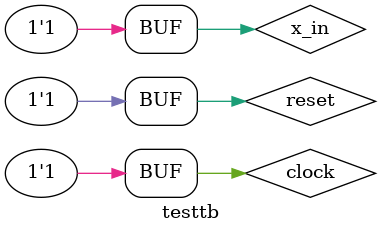
<source format=v>
`timescale 1ns / 1ps


module testtb;
reg x_in;
reg clock;
reg reset;
wire y_out;
Moore_sequential uut (.y_out(y_out), .A(A), .B(B), .x_in(x_in), .clock(clock), .reset(reset));
initial begin 
   x_in = 0;
   clock = 0;
   reset = 1;
   #1 reset = 0;
   #1 reset = 1;
   repeat (13)
   #5 clock = ~clock;
end
initial begin
    #7 x_in = 0; 
    #10 x_in = 1;
    #10 x_in = 1;
    #10 x_in = 0;
    #10 x_in = 0;
    #10 x_in = 1;
    #10 x_in = 0;
    #10 x_in = 1;
    #10 x_in = 0;
    #10 x_in = 0;
    #10 x_in = 1;
end
endmodule


</source>
